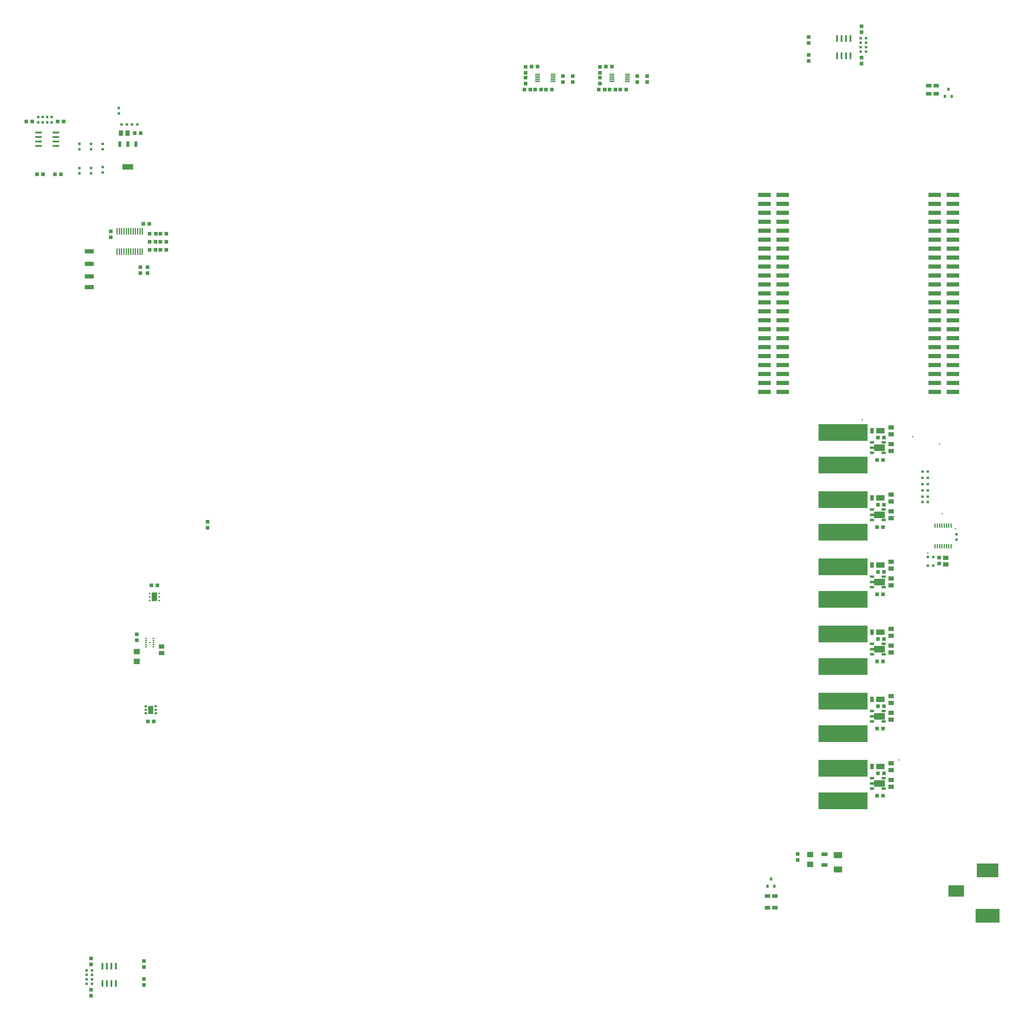
<source format=gbr>
G04 EAGLE Gerber X2 export*
%TF.Part,Single*%
%TF.FileFunction,Paste,Top*%
%TF.FilePolarity,Positive*%
%TF.GenerationSoftware,Autodesk,EAGLE,9.1.1*%
%TF.CreationDate,2018-08-01T17:30:24Z*%
G75*
%MOMM*%
%FSLAX34Y34*%
%LPD*%
%AMOC8*
5,1,8,0,0,1.08239X$1,22.5*%
G01*
%ADD10R,1.000000X1.100000*%
%ADD11R,2.400000X1.800000*%
%ADD12R,1.800000X1.600000*%
%ADD13R,1.803400X1.117600*%
%ADD14R,0.406400X1.981200*%
%ADD15R,1.100000X1.000000*%
%ADD16R,1.400000X0.300000*%
%ADD17R,0.800000X0.800000*%
%ADD18R,0.799997X0.755600*%
%ADD19R,4.400000X3.300000*%
%ADD20R,6.750000X3.900000*%
%ADD21R,6.200000X3.900000*%
%ADD22R,0.600000X0.400000*%
%ADD23R,1.500000X1.300000*%
%ADD24R,1.803000X1.600000*%
%ADD25R,0.400000X0.300000*%
%ADD26R,1.270000X1.651000*%
%ADD27R,0.755600X0.799997*%
%ADD28R,0.838200X1.600200*%
%ADD29R,3.098800X1.600200*%
%ADD30R,1.300000X1.500000*%
%ADD31R,2.540000X1.270000*%
%ADD32R,3.556000X1.270000*%
%ADD33R,1.500000X1.000000*%
%ADD34C,0.400000*%
%ADD35R,0.350000X1.200000*%
%ADD36R,1.200000X0.680000*%
%ADD37R,3.050000X1.930000*%
%ADD38R,1.050000X1.500000*%
%ADD39R,2.400000X1.500000*%
%ADD40R,13.995400X4.749800*%
%ADD41R,0.787400X0.889000*%
%ADD42R,0.558800X1.981200*%
%ADD43R,1.981200X0.558800*%

G36*
X490970Y1176467D02*
X490970Y1176467D01*
X491061Y1176474D01*
X491091Y1176487D01*
X491123Y1176492D01*
X491204Y1176535D01*
X491288Y1176571D01*
X491320Y1176596D01*
X491341Y1176607D01*
X491363Y1176631D01*
X491419Y1176676D01*
X493705Y1178962D01*
X493747Y1179020D01*
X493794Y1179070D01*
X493802Y1179087D01*
X493817Y1179105D01*
X493829Y1179135D01*
X493848Y1179161D01*
X493872Y1179237D01*
X493897Y1179293D01*
X493899Y1179308D01*
X493909Y1179333D01*
X493914Y1179374D01*
X493921Y1179396D01*
X493920Y1179429D01*
X493928Y1179500D01*
X493928Y1200836D01*
X493926Y1200846D01*
X493927Y1200852D01*
X493925Y1200860D01*
X493927Y1200875D01*
X493905Y1200977D01*
X493888Y1201079D01*
X493879Y1201096D01*
X493874Y1201116D01*
X493821Y1201205D01*
X493773Y1201296D01*
X493758Y1201310D01*
X493748Y1201327D01*
X493669Y1201394D01*
X493594Y1201465D01*
X493576Y1201474D01*
X493561Y1201487D01*
X493465Y1201525D01*
X493371Y1201569D01*
X493352Y1201571D01*
X493333Y1201579D01*
X493166Y1201597D01*
X479450Y1201597D01*
X479431Y1201594D01*
X479411Y1201596D01*
X479310Y1201574D01*
X479208Y1201557D01*
X479190Y1201548D01*
X479171Y1201544D01*
X479082Y1201491D01*
X478990Y1201442D01*
X478977Y1201428D01*
X478959Y1201418D01*
X478892Y1201339D01*
X478821Y1201264D01*
X478813Y1201246D01*
X478800Y1201231D01*
X478761Y1201134D01*
X478717Y1201041D01*
X478715Y1201021D01*
X478708Y1201003D01*
X478689Y1200836D01*
X478689Y1177214D01*
X478692Y1177194D01*
X478690Y1177174D01*
X478712Y1177073D01*
X478729Y1176971D01*
X478738Y1176954D01*
X478742Y1176934D01*
X478796Y1176845D01*
X478844Y1176754D01*
X478858Y1176740D01*
X478869Y1176723D01*
X478947Y1176656D01*
X479022Y1176584D01*
X479040Y1176576D01*
X479056Y1176563D01*
X479152Y1176524D01*
X479245Y1176481D01*
X479265Y1176479D01*
X479284Y1176471D01*
X479450Y1176453D01*
X490880Y1176453D01*
X490970Y1176467D01*
G37*
G36*
X482772Y857178D02*
X482772Y857178D01*
X482792Y857176D01*
X482893Y857198D01*
X482995Y857214D01*
X483013Y857224D01*
X483032Y857228D01*
X483121Y857281D01*
X483213Y857329D01*
X483226Y857344D01*
X483243Y857354D01*
X483311Y857433D01*
X483382Y857508D01*
X483390Y857526D01*
X483403Y857541D01*
X483442Y857637D01*
X483486Y857731D01*
X483488Y857751D01*
X483495Y857769D01*
X483514Y857936D01*
X483514Y879272D01*
X483512Y879283D01*
X483513Y879290D01*
X483511Y879297D01*
X483513Y879311D01*
X483491Y879413D01*
X483474Y879515D01*
X483465Y879532D01*
X483460Y879552D01*
X483407Y879641D01*
X483359Y879732D01*
X483344Y879746D01*
X483334Y879763D01*
X483255Y879830D01*
X483180Y879901D01*
X483162Y879910D01*
X483147Y879923D01*
X483051Y879961D01*
X482957Y880005D01*
X482938Y880007D01*
X482919Y880015D01*
X482752Y880033D01*
X471576Y880033D01*
X471486Y880018D01*
X471395Y880011D01*
X471366Y879999D01*
X471334Y879993D01*
X471253Y879951D01*
X471169Y879915D01*
X471137Y879889D01*
X471116Y879878D01*
X471097Y879858D01*
X471095Y879857D01*
X471090Y879851D01*
X471038Y879810D01*
X469006Y877778D01*
X468953Y877704D01*
X468894Y877635D01*
X468881Y877605D01*
X468863Y877578D01*
X468836Y877491D01*
X468802Y877407D01*
X468797Y877366D01*
X468790Y877343D01*
X468791Y877311D01*
X468783Y877240D01*
X468783Y857936D01*
X468786Y857916D01*
X468784Y857896D01*
X468806Y857795D01*
X468823Y857693D01*
X468832Y857676D01*
X468836Y857656D01*
X468890Y857567D01*
X468938Y857476D01*
X468952Y857462D01*
X468963Y857445D01*
X469041Y857378D01*
X469116Y857306D01*
X469134Y857298D01*
X469150Y857285D01*
X469246Y857246D01*
X469339Y857203D01*
X469359Y857201D01*
X469378Y857193D01*
X469544Y857175D01*
X482752Y857175D01*
X482772Y857178D01*
G37*
G36*
X464300Y855665D02*
X464300Y855665D01*
X464391Y855672D01*
X464421Y855685D01*
X464453Y855690D01*
X464534Y855733D01*
X464618Y855769D01*
X464650Y855794D01*
X464671Y855805D01*
X464693Y855829D01*
X464749Y855874D01*
X465765Y856890D01*
X465818Y856963D01*
X465877Y857033D01*
X465889Y857063D01*
X465908Y857089D01*
X465935Y857176D01*
X465969Y857261D01*
X465974Y857302D01*
X465981Y857324D01*
X465980Y857357D01*
X465988Y857428D01*
X465988Y859714D01*
X465973Y859804D01*
X465966Y859895D01*
X465953Y859925D01*
X465948Y859957D01*
X465905Y860037D01*
X465869Y860121D01*
X465844Y860153D01*
X465833Y860174D01*
X465809Y860196D01*
X465765Y860252D01*
X464749Y861268D01*
X464675Y861321D01*
X464605Y861381D01*
X464575Y861393D01*
X464549Y861412D01*
X464462Y861438D01*
X464377Y861473D01*
X464336Y861477D01*
X464314Y861484D01*
X464282Y861483D01*
X464210Y861491D01*
X459130Y861491D01*
X459111Y861488D01*
X459091Y861490D01*
X458990Y861468D01*
X458888Y861451D01*
X458870Y861442D01*
X458851Y861438D01*
X458762Y861385D01*
X458670Y861336D01*
X458657Y861322D01*
X458639Y861312D01*
X458572Y861233D01*
X458501Y861158D01*
X458493Y861140D01*
X458480Y861125D01*
X458441Y861028D01*
X458397Y860935D01*
X458395Y860915D01*
X458388Y860897D01*
X458369Y860730D01*
X458369Y856412D01*
X458372Y856392D01*
X458370Y856372D01*
X458392Y856271D01*
X458409Y856169D01*
X458418Y856152D01*
X458422Y856132D01*
X458476Y856043D01*
X458524Y855952D01*
X458538Y855938D01*
X458549Y855921D01*
X458627Y855854D01*
X458702Y855782D01*
X458720Y855774D01*
X458736Y855761D01*
X458832Y855722D01*
X458925Y855679D01*
X458945Y855677D01*
X458964Y855669D01*
X459130Y855651D01*
X464210Y855651D01*
X464300Y855665D01*
G37*
G36*
X464046Y875731D02*
X464046Y875731D01*
X464137Y875738D01*
X464167Y875751D01*
X464199Y875756D01*
X464280Y875799D01*
X464364Y875835D01*
X464396Y875860D01*
X464417Y875871D01*
X464439Y875895D01*
X464495Y875940D01*
X465511Y876956D01*
X465564Y877029D01*
X465623Y877099D01*
X465635Y877129D01*
X465654Y877155D01*
X465681Y877242D01*
X465715Y877327D01*
X465720Y877368D01*
X465727Y877390D01*
X465726Y877423D01*
X465734Y877494D01*
X465734Y880034D01*
X465719Y880124D01*
X465712Y880215D01*
X465699Y880245D01*
X465694Y880277D01*
X465651Y880357D01*
X465615Y880441D01*
X465590Y880473D01*
X465579Y880494D01*
X465556Y880516D01*
X465511Y880572D01*
X464749Y881334D01*
X464675Y881387D01*
X464605Y881447D01*
X464575Y881459D01*
X464549Y881478D01*
X464462Y881504D01*
X464377Y881539D01*
X464336Y881543D01*
X464314Y881550D01*
X464282Y881549D01*
X464210Y881557D01*
X459130Y881557D01*
X459111Y881554D01*
X459091Y881556D01*
X458990Y881534D01*
X458888Y881517D01*
X458870Y881508D01*
X458851Y881504D01*
X458762Y881451D01*
X458670Y881402D01*
X458657Y881388D01*
X458639Y881378D01*
X458572Y881299D01*
X458501Y881224D01*
X458493Y881206D01*
X458480Y881191D01*
X458441Y881094D01*
X458397Y881001D01*
X458395Y880981D01*
X458388Y880963D01*
X458369Y880796D01*
X458369Y876478D01*
X458372Y876458D01*
X458370Y876438D01*
X458392Y876337D01*
X458409Y876235D01*
X458418Y876218D01*
X458422Y876198D01*
X458476Y876109D01*
X458524Y876018D01*
X458538Y876004D01*
X458549Y875987D01*
X458627Y875920D01*
X458702Y875848D01*
X458720Y875840D01*
X458736Y875827D01*
X458832Y875788D01*
X458925Y875745D01*
X458945Y875743D01*
X458964Y875735D01*
X459130Y875717D01*
X463956Y875717D01*
X464046Y875731D01*
G37*
G36*
X493186Y855654D02*
X493186Y855654D01*
X493206Y855652D01*
X493307Y855674D01*
X493409Y855690D01*
X493427Y855700D01*
X493446Y855704D01*
X493535Y855757D01*
X493627Y855805D01*
X493640Y855820D01*
X493657Y855830D01*
X493725Y855909D01*
X493796Y855984D01*
X493804Y856002D01*
X493817Y856017D01*
X493856Y856113D01*
X493900Y856207D01*
X493902Y856227D01*
X493909Y856245D01*
X493928Y856412D01*
X493928Y860730D01*
X493924Y860750D01*
X493927Y860769D01*
X493905Y860871D01*
X493888Y860973D01*
X493879Y860990D01*
X493874Y861010D01*
X493821Y861099D01*
X493773Y861190D01*
X493758Y861204D01*
X493748Y861221D01*
X493669Y861288D01*
X493594Y861359D01*
X493576Y861368D01*
X493561Y861381D01*
X493465Y861419D01*
X493371Y861463D01*
X493352Y861465D01*
X493333Y861473D01*
X493166Y861491D01*
X488340Y861491D01*
X488250Y861476D01*
X488159Y861469D01*
X488130Y861457D01*
X488098Y861451D01*
X488017Y861409D01*
X487933Y861373D01*
X487901Y861347D01*
X487880Y861336D01*
X487858Y861313D01*
X487802Y861268D01*
X486786Y860252D01*
X486733Y860178D01*
X486674Y860109D01*
X486661Y860079D01*
X486643Y860052D01*
X486616Y859965D01*
X486582Y859881D01*
X486577Y859840D01*
X486570Y859817D01*
X486571Y859785D01*
X486563Y859714D01*
X486563Y857428D01*
X486578Y857338D01*
X486585Y857247D01*
X486598Y857217D01*
X486603Y857185D01*
X486646Y857104D01*
X486681Y857021D01*
X486707Y856988D01*
X486718Y856968D01*
X486741Y856946D01*
X486786Y856890D01*
X487802Y855874D01*
X487876Y855820D01*
X487946Y855761D01*
X487976Y855749D01*
X488002Y855730D01*
X488089Y855703D01*
X488174Y855669D01*
X488215Y855665D01*
X488237Y855658D01*
X488269Y855658D01*
X488340Y855651D01*
X493166Y855651D01*
X493186Y855654D01*
G37*
G36*
X464300Y865825D02*
X464300Y865825D01*
X464391Y865832D01*
X464421Y865845D01*
X464453Y865850D01*
X464534Y865893D01*
X464618Y865929D01*
X464650Y865954D01*
X464671Y865965D01*
X464693Y865989D01*
X464749Y866034D01*
X465511Y866796D01*
X465553Y866854D01*
X465601Y866905D01*
X465609Y866923D01*
X465623Y866939D01*
X465635Y866969D01*
X465654Y866995D01*
X465676Y867066D01*
X465705Y867128D01*
X465707Y867146D01*
X465715Y867167D01*
X465720Y867208D01*
X465727Y867230D01*
X465726Y867263D01*
X465734Y867334D01*
X465734Y869874D01*
X465719Y869964D01*
X465712Y870055D01*
X465699Y870085D01*
X465694Y870117D01*
X465651Y870197D01*
X465615Y870281D01*
X465590Y870313D01*
X465579Y870334D01*
X465556Y870356D01*
X465511Y870412D01*
X464749Y871174D01*
X464675Y871227D01*
X464605Y871287D01*
X464575Y871299D01*
X464549Y871318D01*
X464462Y871344D01*
X464377Y871379D01*
X464336Y871383D01*
X464314Y871390D01*
X464282Y871389D01*
X464210Y871397D01*
X459130Y871397D01*
X459111Y871394D01*
X459091Y871396D01*
X458990Y871374D01*
X458888Y871357D01*
X458870Y871348D01*
X458851Y871344D01*
X458762Y871291D01*
X458670Y871242D01*
X458657Y871228D01*
X458639Y871218D01*
X458572Y871139D01*
X458501Y871064D01*
X458493Y871046D01*
X458480Y871031D01*
X458441Y870934D01*
X458397Y870841D01*
X458395Y870821D01*
X458388Y870803D01*
X458369Y870636D01*
X458369Y866572D01*
X458372Y866552D01*
X458370Y866532D01*
X458392Y866431D01*
X458409Y866329D01*
X458418Y866312D01*
X458422Y866292D01*
X458476Y866203D01*
X458524Y866112D01*
X458538Y866098D01*
X458549Y866081D01*
X458627Y866014D01*
X458702Y865942D01*
X458720Y865934D01*
X458736Y865921D01*
X458832Y865882D01*
X458925Y865839D01*
X458945Y865837D01*
X458964Y865829D01*
X459130Y865811D01*
X464210Y865811D01*
X464300Y865825D01*
G37*
G36*
X493186Y865814D02*
X493186Y865814D01*
X493206Y865812D01*
X493307Y865834D01*
X493409Y865850D01*
X493427Y865860D01*
X493446Y865864D01*
X493535Y865917D01*
X493627Y865965D01*
X493640Y865980D01*
X493657Y865990D01*
X493725Y866069D01*
X493796Y866144D01*
X493804Y866162D01*
X493817Y866177D01*
X493856Y866273D01*
X493900Y866367D01*
X493902Y866387D01*
X493909Y866405D01*
X493928Y866572D01*
X493928Y870636D01*
X493924Y870656D01*
X493927Y870675D01*
X493905Y870777D01*
X493888Y870879D01*
X493879Y870896D01*
X493874Y870916D01*
X493821Y871005D01*
X493773Y871096D01*
X493758Y871110D01*
X493748Y871127D01*
X493669Y871194D01*
X493594Y871265D01*
X493576Y871274D01*
X493561Y871287D01*
X493465Y871325D01*
X493371Y871369D01*
X493352Y871371D01*
X493333Y871379D01*
X493166Y871397D01*
X488340Y871397D01*
X488250Y871382D01*
X488159Y871375D01*
X488130Y871363D01*
X488098Y871357D01*
X488017Y871315D01*
X487933Y871279D01*
X487901Y871253D01*
X487880Y871242D01*
X487858Y871219D01*
X487802Y871174D01*
X486786Y870158D01*
X486735Y870088D01*
X486695Y870045D01*
X486690Y870033D01*
X486674Y870015D01*
X486661Y869985D01*
X486643Y869958D01*
X486619Y869881D01*
X486591Y869822D01*
X486590Y869806D01*
X486582Y869787D01*
X486577Y869746D01*
X486570Y869723D01*
X486571Y869691D01*
X486563Y869620D01*
X486563Y867588D01*
X486578Y867498D01*
X486585Y867407D01*
X486598Y867377D01*
X486603Y867345D01*
X486646Y867264D01*
X486681Y867181D01*
X486707Y867148D01*
X486718Y867128D01*
X486741Y867106D01*
X486786Y867050D01*
X487802Y866034D01*
X487876Y865980D01*
X487946Y865921D01*
X487976Y865909D01*
X488002Y865890D01*
X488089Y865863D01*
X488174Y865829D01*
X488215Y865825D01*
X488237Y865818D01*
X488269Y865818D01*
X488340Y865811D01*
X493166Y865811D01*
X493186Y865814D01*
G37*
G36*
X493186Y875974D02*
X493186Y875974D01*
X493206Y875972D01*
X493307Y875994D01*
X493409Y876010D01*
X493427Y876020D01*
X493446Y876024D01*
X493535Y876077D01*
X493627Y876125D01*
X493640Y876140D01*
X493657Y876150D01*
X493725Y876229D01*
X493796Y876304D01*
X493804Y876322D01*
X493817Y876337D01*
X493856Y876433D01*
X493900Y876527D01*
X493902Y876547D01*
X493909Y876565D01*
X493928Y876732D01*
X493928Y880542D01*
X493925Y880560D01*
X493927Y880578D01*
X493926Y880579D01*
X493927Y880581D01*
X493905Y880683D01*
X493888Y880785D01*
X493879Y880802D01*
X493874Y880822D01*
X493821Y880911D01*
X493773Y881002D01*
X493758Y881016D01*
X493748Y881033D01*
X493669Y881100D01*
X493594Y881171D01*
X493576Y881180D01*
X493561Y881193D01*
X493465Y881231D01*
X493371Y881275D01*
X493352Y881277D01*
X493333Y881285D01*
X493166Y881303D01*
X488340Y881303D01*
X488250Y881288D01*
X488159Y881281D01*
X488130Y881269D01*
X488098Y881263D01*
X488017Y881221D01*
X487933Y881185D01*
X487901Y881159D01*
X487880Y881148D01*
X487877Y881145D01*
X487857Y881124D01*
X487802Y881080D01*
X486786Y880064D01*
X486733Y879990D01*
X486674Y879921D01*
X486661Y879891D01*
X486643Y879864D01*
X486616Y879777D01*
X486582Y879693D01*
X486577Y879652D01*
X486570Y879629D01*
X486571Y879597D01*
X486563Y879526D01*
X486563Y877494D01*
X486567Y877471D01*
X486565Y877454D01*
X486579Y877388D01*
X486585Y877313D01*
X486598Y877283D01*
X486603Y877251D01*
X486613Y877232D01*
X486617Y877213D01*
X486653Y877154D01*
X486681Y877087D01*
X486707Y877054D01*
X486718Y877034D01*
X486733Y877019D01*
X486743Y877002D01*
X486761Y876987D01*
X486786Y876956D01*
X487548Y876194D01*
X487622Y876140D01*
X487692Y876081D01*
X487722Y876069D01*
X487748Y876050D01*
X487835Y876023D01*
X487920Y875989D01*
X487961Y875985D01*
X487983Y875978D01*
X488015Y875978D01*
X488086Y875971D01*
X493166Y875971D01*
X493186Y875974D01*
G37*
D10*
X2310714Y459756D03*
X2310714Y442756D03*
D11*
X2425014Y456266D03*
X2425014Y415766D03*
D12*
X2346274Y457636D03*
X2346274Y429636D03*
D13*
X2386914Y458622D03*
X2386914Y428650D03*
D10*
X363144Y2209022D03*
X363144Y2226022D03*
X454974Y2246732D03*
X471974Y2246732D03*
D14*
X452234Y2225904D03*
X445734Y2225904D03*
X439234Y2225904D03*
X432734Y2225904D03*
X426234Y2225904D03*
X419734Y2225904D03*
X413234Y2225904D03*
X406734Y2225904D03*
X400234Y2225904D03*
X393734Y2225904D03*
X387234Y2225904D03*
X380734Y2225904D03*
X380734Y2168500D03*
X387234Y2168500D03*
X393734Y2168500D03*
X400234Y2168500D03*
X406734Y2168500D03*
X413234Y2168500D03*
X419734Y2168500D03*
X426234Y2168500D03*
X432734Y2168500D03*
X439234Y2168500D03*
X445734Y2168500D03*
X452234Y2168500D03*
D15*
X490264Y2173582D03*
X473264Y2173582D03*
X520234Y2173582D03*
X503234Y2173582D03*
X490514Y2219042D03*
X473514Y2219042D03*
X520234Y2219042D03*
X503234Y2219042D03*
X490264Y2196442D03*
X473264Y2196442D03*
X520234Y2196442D03*
X503234Y2196442D03*
D16*
X1617018Y2651082D03*
X1617018Y2656082D03*
X1617018Y2661082D03*
X1617018Y2666082D03*
X1617018Y2671082D03*
X1573018Y2671082D03*
X1573018Y2666082D03*
X1573018Y2661082D03*
X1573018Y2656082D03*
X1573018Y2651082D03*
D10*
X1596678Y2628062D03*
X1613678Y2628062D03*
X1566198Y2628062D03*
X1583198Y2628062D03*
X1535718Y2628062D03*
X1552718Y2628062D03*
D15*
X1539138Y2661962D03*
X1539138Y2644962D03*
D10*
X1573038Y2692832D03*
X1556038Y2692832D03*
D15*
X1539138Y2692442D03*
X1539138Y2675442D03*
X1644548Y2665772D03*
X1644548Y2648772D03*
X1672488Y2665772D03*
X1672488Y2648772D03*
D16*
X1827838Y2651082D03*
X1827838Y2656082D03*
X1827838Y2661082D03*
X1827838Y2666082D03*
X1827838Y2671082D03*
X1783838Y2671082D03*
X1783838Y2666082D03*
X1783838Y2661082D03*
X1783838Y2656082D03*
X1783838Y2651082D03*
D10*
X1807498Y2628062D03*
X1824498Y2628062D03*
X1777018Y2628062D03*
X1794018Y2628062D03*
X1746538Y2628062D03*
X1763538Y2628062D03*
D15*
X1749958Y2661962D03*
X1749958Y2644962D03*
D10*
X1783858Y2692832D03*
X1766858Y2692832D03*
D15*
X1749958Y2692442D03*
X1749958Y2675442D03*
X1855368Y2665772D03*
X1855368Y2648772D03*
X1883308Y2665772D03*
X1883308Y2648772D03*
D10*
X447142Y2124396D03*
X447142Y2107396D03*
X467284Y2124422D03*
X467284Y2107422D03*
D17*
X274422Y2390336D03*
X274422Y2405336D03*
D18*
X274422Y2458638D03*
X274422Y2474194D03*
D17*
X307442Y2390336D03*
X307442Y2405336D03*
D18*
X307442Y2458638D03*
X307442Y2474194D03*
D17*
X340462Y2392876D03*
X340462Y2407876D03*
D18*
X340462Y2458638D03*
X340462Y2474194D03*
D19*
X2759732Y355090D03*
D20*
X2849232Y284090D03*
D21*
X2849232Y413090D03*
D22*
X463108Y1059104D03*
X484108Y1059104D03*
X463108Y1065104D03*
X463108Y1071104D03*
X463108Y1053104D03*
X463108Y1047104D03*
X484108Y1047104D03*
X484108Y1053104D03*
X484108Y1065104D03*
X484108Y1071104D03*
X473608Y1059104D03*
D23*
X506628Y1048284D03*
X506628Y1029284D03*
D24*
X436778Y1033954D03*
X436778Y1005514D03*
D10*
X436778Y1065844D03*
X436778Y1082844D03*
D22*
X472808Y1188644D03*
X472808Y1178644D03*
X472808Y1198644D03*
X499808Y1188644D03*
X499808Y1178644D03*
X499808Y1198644D03*
D15*
X477808Y1221664D03*
X494808Y1221664D03*
D25*
X462148Y878604D03*
X462148Y868604D03*
X462148Y858604D03*
X490148Y858604D03*
X490148Y868604D03*
X490148Y878604D03*
D26*
X476148Y868604D03*
D15*
X484648Y835584D03*
X467648Y835584D03*
D10*
X637362Y1385350D03*
X637362Y1402350D03*
D17*
X438030Y2528570D03*
X423030Y2528570D03*
D27*
X409098Y2528570D03*
X393542Y2528570D03*
D28*
X434480Y2472944D03*
X411480Y2472944D03*
X388480Y2472944D03*
D29*
X411480Y2408936D03*
D15*
X447920Y2504440D03*
X430920Y2504440D03*
D30*
X391820Y2504440D03*
X410820Y2504440D03*
D18*
X386080Y2560162D03*
X386080Y2575718D03*
D31*
X302260Y2169160D03*
X302260Y2133600D03*
X302260Y2098040D03*
X302260Y2067560D03*
D32*
X2750820Y1770380D03*
X2750820Y1795780D03*
X2750820Y1821180D03*
X2750820Y1846580D03*
X2750820Y1871980D03*
X2750820Y1897380D03*
X2750820Y1922780D03*
X2750820Y1948180D03*
X2750820Y1973580D03*
X2750820Y1998980D03*
X2750820Y2024380D03*
X2750820Y2049780D03*
X2750820Y2075180D03*
X2750820Y2100580D03*
X2750820Y2125980D03*
X2750820Y2151380D03*
X2750820Y2176780D03*
X2750820Y2202180D03*
X2750820Y2227580D03*
X2750820Y2252980D03*
X2750820Y2278380D03*
X2750820Y2303780D03*
X2750820Y2329180D03*
X2698750Y1770380D03*
X2698750Y1795780D03*
X2698750Y1821180D03*
X2698750Y1846580D03*
X2698750Y1871980D03*
X2698750Y1897380D03*
X2698750Y1922780D03*
X2698750Y1948180D03*
X2698750Y1973580D03*
X2698750Y1998980D03*
X2698750Y2024380D03*
X2698750Y2049780D03*
X2698750Y2075180D03*
X2698750Y2100580D03*
X2698750Y2125980D03*
X2698750Y2151380D03*
X2698750Y2176780D03*
X2698750Y2202180D03*
X2698750Y2227580D03*
X2698750Y2252980D03*
X2698750Y2278380D03*
X2698750Y2303780D03*
X2698750Y2329180D03*
X2268220Y1770380D03*
X2268220Y1795780D03*
X2268220Y1821180D03*
X2268220Y1846580D03*
X2268220Y1871980D03*
X2268220Y1897380D03*
X2268220Y1922780D03*
X2268220Y1948180D03*
X2268220Y1973580D03*
X2268220Y1998980D03*
X2268220Y2024380D03*
X2268220Y2049780D03*
X2268220Y2075180D03*
X2268220Y2100580D03*
X2268220Y2125980D03*
X2268220Y2151380D03*
X2268220Y2176780D03*
X2268220Y2202180D03*
X2268220Y2227580D03*
X2268220Y2252980D03*
X2268220Y2278380D03*
X2268220Y2303780D03*
X2268220Y2329180D03*
X2216150Y1770380D03*
X2216150Y1795780D03*
X2216150Y1821180D03*
X2216150Y1846580D03*
X2216150Y1871980D03*
X2216150Y1897380D03*
X2216150Y1922780D03*
X2216150Y1948180D03*
X2216150Y1973580D03*
X2216150Y1998980D03*
X2216150Y2024380D03*
X2216150Y2049780D03*
X2216150Y2075180D03*
X2216150Y2100580D03*
X2216150Y2125980D03*
X2216150Y2151380D03*
X2216150Y2176780D03*
X2216150Y2202180D03*
X2216150Y2227580D03*
X2216150Y2252980D03*
X2216150Y2278380D03*
X2216150Y2303780D03*
X2216150Y2329180D03*
D33*
X2702925Y2639060D03*
X2681875Y2639060D03*
X2702925Y2616200D03*
X2681875Y2616200D03*
D10*
X2711450Y1300090D03*
X2711450Y1283090D03*
D23*
X2730500Y1299820D03*
X2730500Y1280820D03*
D18*
X2760980Y1351122D03*
X2760980Y1366678D03*
D27*
X2695098Y1277620D03*
X2679542Y1277620D03*
X2695098Y1301750D03*
X2679542Y1301750D03*
D34*
X2636520Y1643380D03*
X2712720Y1623060D03*
X2720340Y1424940D03*
X2679700Y1313180D03*
X2758440Y1381760D03*
X2494280Y1691640D03*
X2598420Y726440D03*
D35*
X2700130Y1332190D03*
X2706630Y1332190D03*
X2713130Y1332190D03*
X2719630Y1332190D03*
X2726130Y1332190D03*
X2732630Y1332190D03*
X2739130Y1332190D03*
X2745630Y1332190D03*
X2745630Y1390690D03*
X2739130Y1390690D03*
X2732630Y1390690D03*
X2726130Y1390690D03*
X2719630Y1390690D03*
X2713130Y1390690D03*
X2706630Y1390690D03*
X2700130Y1390690D03*
D27*
X2679858Y1508760D03*
X2664302Y1508760D03*
X2679858Y1490980D03*
X2664302Y1490980D03*
X2679858Y1473200D03*
X2664302Y1473200D03*
X2679858Y1457960D03*
X2664302Y1457960D03*
X2679858Y1544320D03*
X2664302Y1544320D03*
X2679858Y1526540D03*
X2664302Y1526540D03*
D36*
X2553960Y1627265D03*
X2553960Y1597265D03*
X2520960Y1612265D03*
X2520960Y1627265D03*
X2520960Y1597265D03*
D37*
X2542210Y1612265D03*
D15*
X2555485Y1640840D03*
X2538485Y1640840D03*
X2535310Y1577340D03*
X2552310Y1577340D03*
D38*
X2521285Y1659890D03*
D39*
X2544785Y1659890D03*
D23*
X2575560Y1602765D03*
X2575560Y1621765D03*
D40*
X2439035Y1655318D03*
X2439035Y1562862D03*
D23*
X2575560Y1650390D03*
X2575560Y1669390D03*
D36*
X2553960Y1436765D03*
X2553960Y1406765D03*
X2520960Y1421765D03*
X2520960Y1436765D03*
X2520960Y1406765D03*
D37*
X2542210Y1421765D03*
D15*
X2555485Y1450340D03*
X2538485Y1450340D03*
X2535310Y1386840D03*
X2552310Y1386840D03*
D38*
X2521285Y1469390D03*
D39*
X2544785Y1469390D03*
D23*
X2575560Y1412265D03*
X2575560Y1431265D03*
D40*
X2439035Y1464818D03*
X2439035Y1372362D03*
D23*
X2575560Y1459890D03*
X2575560Y1478890D03*
D36*
X2553960Y1246265D03*
X2553960Y1216265D03*
X2520960Y1231265D03*
X2520960Y1246265D03*
X2520960Y1216265D03*
D37*
X2542210Y1231265D03*
D15*
X2555485Y1259840D03*
X2538485Y1259840D03*
X2535310Y1196340D03*
X2552310Y1196340D03*
D38*
X2521285Y1278890D03*
D39*
X2544785Y1278890D03*
D23*
X2575560Y1221765D03*
X2575560Y1240765D03*
D40*
X2439035Y1274318D03*
X2439035Y1181862D03*
D23*
X2575560Y1269390D03*
X2575560Y1288390D03*
D36*
X2553960Y1055765D03*
X2553960Y1025765D03*
X2520960Y1040765D03*
X2520960Y1055765D03*
X2520960Y1025765D03*
D37*
X2542210Y1040765D03*
D15*
X2555485Y1069340D03*
X2538485Y1069340D03*
X2535310Y1005840D03*
X2552310Y1005840D03*
D38*
X2521285Y1088390D03*
D39*
X2544785Y1088390D03*
D23*
X2575560Y1031265D03*
X2575560Y1050265D03*
D40*
X2439035Y1083818D03*
X2439035Y991362D03*
D23*
X2575560Y1078890D03*
X2575560Y1097890D03*
D36*
X2553960Y865265D03*
X2553960Y835265D03*
X2520960Y850265D03*
X2520960Y865265D03*
X2520960Y835265D03*
D37*
X2542210Y850265D03*
D15*
X2555485Y878840D03*
X2538485Y878840D03*
X2535310Y815340D03*
X2552310Y815340D03*
D38*
X2521285Y897890D03*
D39*
X2544785Y897890D03*
D23*
X2575560Y840765D03*
X2575560Y859765D03*
D40*
X2439035Y893318D03*
X2439035Y800862D03*
D23*
X2575560Y888390D03*
X2575560Y907390D03*
D36*
X2553960Y674765D03*
X2553960Y644765D03*
X2520960Y659765D03*
X2520960Y674765D03*
X2520960Y644765D03*
D37*
X2542210Y659765D03*
D15*
X2555485Y688340D03*
X2538485Y688340D03*
X2535310Y624840D03*
X2552310Y624840D03*
D38*
X2521285Y707390D03*
D39*
X2544785Y707390D03*
D23*
X2575560Y650265D03*
X2575560Y669265D03*
D40*
X2439035Y702818D03*
X2439035Y610362D03*
D23*
X2575560Y697890D03*
X2575560Y716890D03*
D41*
X2728214Y2608580D03*
X2747518Y2608580D03*
X2737866Y2628900D03*
D10*
X457200Y105020D03*
X457200Y88020D03*
X457200Y155820D03*
X457200Y138820D03*
X307340Y74540D03*
X307340Y57540D03*
X307340Y146440D03*
X307340Y163440D03*
D27*
X310038Y104140D03*
X294482Y104140D03*
X310038Y129540D03*
X294482Y129540D03*
D42*
X339090Y92202D03*
X351790Y92202D03*
X364490Y92202D03*
X377190Y92202D03*
X377190Y141478D03*
X364490Y141478D03*
X351790Y141478D03*
X339090Y141478D03*
D27*
X310038Y91440D03*
X294482Y91440D03*
X310038Y116840D03*
X294482Y116840D03*
D15*
X171060Y2387600D03*
X154060Y2387600D03*
X221860Y2387600D03*
X204860Y2387600D03*
X140580Y2537460D03*
X123580Y2537460D03*
X212480Y2537460D03*
X229480Y2537460D03*
D18*
X170180Y2534762D03*
X170180Y2550318D03*
X195580Y2534762D03*
X195580Y2550318D03*
D43*
X158242Y2505710D03*
X158242Y2493010D03*
X158242Y2480310D03*
X158242Y2467610D03*
X207518Y2467610D03*
X207518Y2480310D03*
X207518Y2493010D03*
X207518Y2505710D03*
D18*
X157480Y2534762D03*
X157480Y2550318D03*
X182880Y2534762D03*
X182880Y2550318D03*
D10*
X2341880Y2760100D03*
X2341880Y2777100D03*
X2341880Y2709300D03*
X2341880Y2726300D03*
X2491740Y2790580D03*
X2491740Y2807580D03*
X2491740Y2718680D03*
X2491740Y2701680D03*
D27*
X2489042Y2760980D03*
X2504598Y2760980D03*
X2489042Y2735580D03*
X2504598Y2735580D03*
D42*
X2459990Y2772918D03*
X2447290Y2772918D03*
X2434590Y2772918D03*
X2421890Y2772918D03*
X2421890Y2723642D03*
X2434590Y2723642D03*
X2447290Y2723642D03*
X2459990Y2723642D03*
D27*
X2489042Y2773680D03*
X2504598Y2773680D03*
X2489042Y2748280D03*
X2504598Y2748280D03*
D33*
X2224675Y340360D03*
X2245725Y340360D03*
X2224675Y307340D03*
X2245725Y307340D03*
D41*
X2225294Y368300D03*
X2244598Y368300D03*
X2234946Y388620D03*
M02*

</source>
